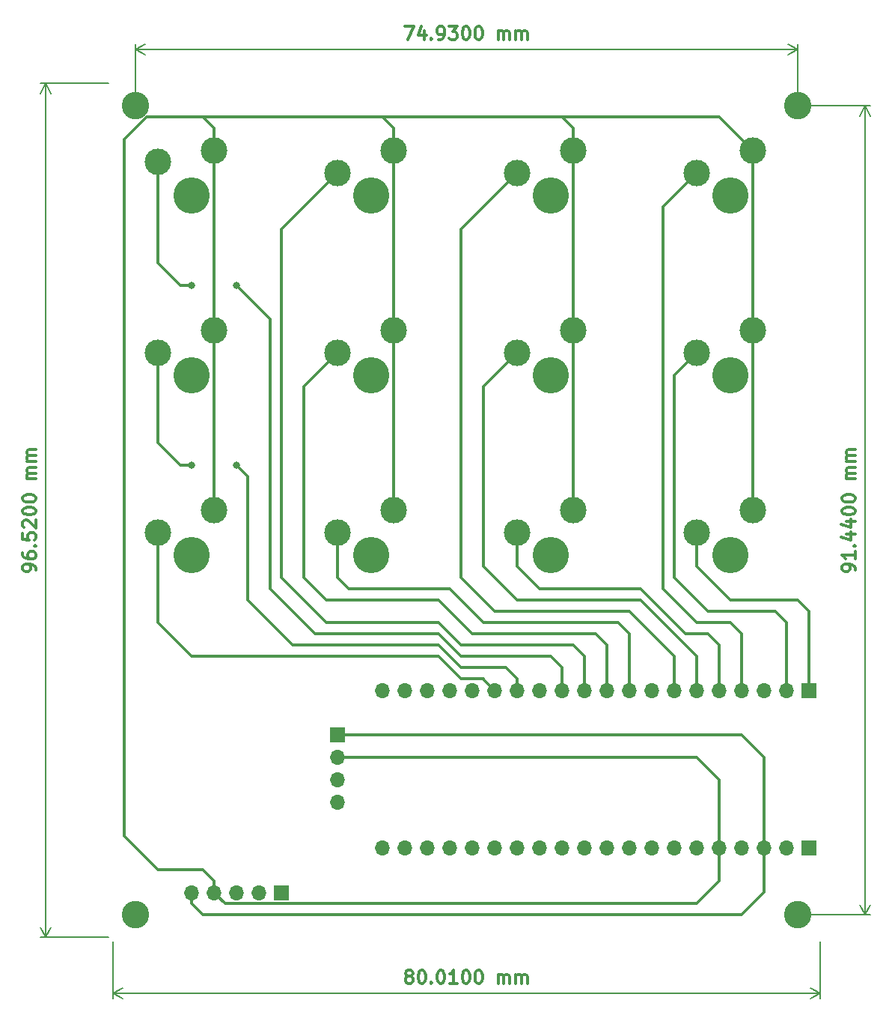
<source format=gbr>
%TF.GenerationSoftware,KiCad,Pcbnew,(6.0.5)*%
%TF.CreationDate,2022-05-29T20:54:02+08:00*%
%TF.ProjectId,keyboard,6b657962-6f61-4726-942e-6b696361645f,rev?*%
%TF.SameCoordinates,Original*%
%TF.FileFunction,Copper,L2,Bot*%
%TF.FilePolarity,Positive*%
%FSLAX46Y46*%
G04 Gerber Fmt 4.6, Leading zero omitted, Abs format (unit mm)*
G04 Created by KiCad (PCBNEW (6.0.5)) date 2022-05-29 20:54:02*
%MOMM*%
%LPD*%
G01*
G04 APERTURE LIST*
%ADD10C,0.300000*%
%TA.AperFunction,NonConductor*%
%ADD11C,0.300000*%
%TD*%
%TA.AperFunction,NonConductor*%
%ADD12C,0.200000*%
%TD*%
%TA.AperFunction,ComponentPad*%
%ADD13C,3.000000*%
%TD*%
%TA.AperFunction,ComponentPad*%
%ADD14R,1.700000X1.700000*%
%TD*%
%TA.AperFunction,ComponentPad*%
%ADD15O,1.700000X1.700000*%
%TD*%
%TA.AperFunction,ViaPad*%
%ADD16C,3.100000*%
%TD*%
%TA.AperFunction,ViaPad*%
%ADD17C,0.800000*%
%TD*%
%TA.AperFunction,ViaPad*%
%ADD18C,4.100000*%
%TD*%
%TA.AperFunction,Conductor*%
%ADD19C,0.304800*%
%TD*%
%TA.AperFunction,Conductor*%
%ADD20C,0.200000*%
%TD*%
G04 APERTURE END LIST*
D10*
D11*
X87972142Y-150421428D02*
X87829285Y-150350000D01*
X87757857Y-150278571D01*
X87686428Y-150135714D01*
X87686428Y-150064285D01*
X87757857Y-149921428D01*
X87829285Y-149850000D01*
X87972142Y-149778571D01*
X88257857Y-149778571D01*
X88400714Y-149850000D01*
X88472142Y-149921428D01*
X88543571Y-150064285D01*
X88543571Y-150135714D01*
X88472142Y-150278571D01*
X88400714Y-150350000D01*
X88257857Y-150421428D01*
X87972142Y-150421428D01*
X87829285Y-150492857D01*
X87757857Y-150564285D01*
X87686428Y-150707142D01*
X87686428Y-150992857D01*
X87757857Y-151135714D01*
X87829285Y-151207142D01*
X87972142Y-151278571D01*
X88257857Y-151278571D01*
X88400714Y-151207142D01*
X88472142Y-151135714D01*
X88543571Y-150992857D01*
X88543571Y-150707142D01*
X88472142Y-150564285D01*
X88400714Y-150492857D01*
X88257857Y-150421428D01*
X89472142Y-149778571D02*
X89615000Y-149778571D01*
X89757857Y-149850000D01*
X89829285Y-149921428D01*
X89900714Y-150064285D01*
X89972142Y-150350000D01*
X89972142Y-150707142D01*
X89900714Y-150992857D01*
X89829285Y-151135714D01*
X89757857Y-151207142D01*
X89615000Y-151278571D01*
X89472142Y-151278571D01*
X89329285Y-151207142D01*
X89257857Y-151135714D01*
X89186428Y-150992857D01*
X89115000Y-150707142D01*
X89115000Y-150350000D01*
X89186428Y-150064285D01*
X89257857Y-149921428D01*
X89329285Y-149850000D01*
X89472142Y-149778571D01*
X90615000Y-151135714D02*
X90686428Y-151207142D01*
X90615000Y-151278571D01*
X90543571Y-151207142D01*
X90615000Y-151135714D01*
X90615000Y-151278571D01*
X91615000Y-149778571D02*
X91757857Y-149778571D01*
X91900714Y-149850000D01*
X91972142Y-149921428D01*
X92043571Y-150064285D01*
X92115000Y-150350000D01*
X92115000Y-150707142D01*
X92043571Y-150992857D01*
X91972142Y-151135714D01*
X91900714Y-151207142D01*
X91757857Y-151278571D01*
X91615000Y-151278571D01*
X91472142Y-151207142D01*
X91400714Y-151135714D01*
X91329285Y-150992857D01*
X91257857Y-150707142D01*
X91257857Y-150350000D01*
X91329285Y-150064285D01*
X91400714Y-149921428D01*
X91472142Y-149850000D01*
X91615000Y-149778571D01*
X93543571Y-151278571D02*
X92686428Y-151278571D01*
X93115000Y-151278571D02*
X93115000Y-149778571D01*
X92972142Y-149992857D01*
X92829285Y-150135714D01*
X92686428Y-150207142D01*
X94472142Y-149778571D02*
X94615000Y-149778571D01*
X94757857Y-149850000D01*
X94829285Y-149921428D01*
X94900714Y-150064285D01*
X94972142Y-150350000D01*
X94972142Y-150707142D01*
X94900714Y-150992857D01*
X94829285Y-151135714D01*
X94757857Y-151207142D01*
X94615000Y-151278571D01*
X94472142Y-151278571D01*
X94329285Y-151207142D01*
X94257857Y-151135714D01*
X94186428Y-150992857D01*
X94115000Y-150707142D01*
X94115000Y-150350000D01*
X94186428Y-150064285D01*
X94257857Y-149921428D01*
X94329285Y-149850000D01*
X94472142Y-149778571D01*
X95900714Y-149778571D02*
X96043571Y-149778571D01*
X96186428Y-149850000D01*
X96257857Y-149921428D01*
X96329285Y-150064285D01*
X96400714Y-150350000D01*
X96400714Y-150707142D01*
X96329285Y-150992857D01*
X96257857Y-151135714D01*
X96186428Y-151207142D01*
X96043571Y-151278571D01*
X95900714Y-151278571D01*
X95757857Y-151207142D01*
X95686428Y-151135714D01*
X95615000Y-150992857D01*
X95543571Y-150707142D01*
X95543571Y-150350000D01*
X95615000Y-150064285D01*
X95686428Y-149921428D01*
X95757857Y-149850000D01*
X95900714Y-149778571D01*
X98186428Y-151278571D02*
X98186428Y-150278571D01*
X98186428Y-150421428D02*
X98257857Y-150350000D01*
X98400714Y-150278571D01*
X98615000Y-150278571D01*
X98757857Y-150350000D01*
X98829285Y-150492857D01*
X98829285Y-151278571D01*
X98829285Y-150492857D02*
X98900714Y-150350000D01*
X99043571Y-150278571D01*
X99257857Y-150278571D01*
X99400714Y-150350000D01*
X99472142Y-150492857D01*
X99472142Y-151278571D01*
X100186428Y-151278571D02*
X100186428Y-150278571D01*
X100186428Y-150421428D02*
X100257857Y-150350000D01*
X100400714Y-150278571D01*
X100615000Y-150278571D01*
X100757857Y-150350000D01*
X100829285Y-150492857D01*
X100829285Y-151278571D01*
X100829285Y-150492857D02*
X100900714Y-150350000D01*
X101043571Y-150278571D01*
X101257857Y-150278571D01*
X101400714Y-150350000D01*
X101472142Y-150492857D01*
X101472142Y-151278571D01*
D12*
X54610000Y-146550000D02*
X54610000Y-152986420D01*
X134620000Y-146550000D02*
X134620000Y-152986420D01*
X54610000Y-152400000D02*
X134620000Y-152400000D01*
X54610000Y-152400000D02*
X134620000Y-152400000D01*
X54610000Y-152400000D02*
X55736504Y-152986421D01*
X54610000Y-152400000D02*
X55736504Y-151813579D01*
X134620000Y-152400000D02*
X133493496Y-151813579D01*
X134620000Y-152400000D02*
X133493496Y-152986421D01*
D10*
D11*
X45868571Y-104575714D02*
X45868571Y-104290000D01*
X45797142Y-104147142D01*
X45725714Y-104075714D01*
X45511428Y-103932857D01*
X45225714Y-103861428D01*
X44654285Y-103861428D01*
X44511428Y-103932857D01*
X44440000Y-104004285D01*
X44368571Y-104147142D01*
X44368571Y-104432857D01*
X44440000Y-104575714D01*
X44511428Y-104647142D01*
X44654285Y-104718571D01*
X45011428Y-104718571D01*
X45154285Y-104647142D01*
X45225714Y-104575714D01*
X45297142Y-104432857D01*
X45297142Y-104147142D01*
X45225714Y-104004285D01*
X45154285Y-103932857D01*
X45011428Y-103861428D01*
X44368571Y-102575714D02*
X44368571Y-102861428D01*
X44440000Y-103004285D01*
X44511428Y-103075714D01*
X44725714Y-103218571D01*
X45011428Y-103290000D01*
X45582857Y-103290000D01*
X45725714Y-103218571D01*
X45797142Y-103147142D01*
X45868571Y-103004285D01*
X45868571Y-102718571D01*
X45797142Y-102575714D01*
X45725714Y-102504285D01*
X45582857Y-102432857D01*
X45225714Y-102432857D01*
X45082857Y-102504285D01*
X45011428Y-102575714D01*
X44940000Y-102718571D01*
X44940000Y-103004285D01*
X45011428Y-103147142D01*
X45082857Y-103218571D01*
X45225714Y-103290000D01*
X45725714Y-101790000D02*
X45797142Y-101718571D01*
X45868571Y-101790000D01*
X45797142Y-101861428D01*
X45725714Y-101790000D01*
X45868571Y-101790000D01*
X44368571Y-100361428D02*
X44368571Y-101075714D01*
X45082857Y-101147142D01*
X45011428Y-101075714D01*
X44940000Y-100932857D01*
X44940000Y-100575714D01*
X45011428Y-100432857D01*
X45082857Y-100361428D01*
X45225714Y-100290000D01*
X45582857Y-100290000D01*
X45725714Y-100361428D01*
X45797142Y-100432857D01*
X45868571Y-100575714D01*
X45868571Y-100932857D01*
X45797142Y-101075714D01*
X45725714Y-101147142D01*
X44511428Y-99718571D02*
X44440000Y-99647142D01*
X44368571Y-99504285D01*
X44368571Y-99147142D01*
X44440000Y-99004285D01*
X44511428Y-98932857D01*
X44654285Y-98861428D01*
X44797142Y-98861428D01*
X45011428Y-98932857D01*
X45868571Y-99790000D01*
X45868571Y-98861428D01*
X44368571Y-97932857D02*
X44368571Y-97790000D01*
X44440000Y-97647142D01*
X44511428Y-97575714D01*
X44654285Y-97504285D01*
X44940000Y-97432857D01*
X45297142Y-97432857D01*
X45582857Y-97504285D01*
X45725714Y-97575714D01*
X45797142Y-97647142D01*
X45868571Y-97790000D01*
X45868571Y-97932857D01*
X45797142Y-98075714D01*
X45725714Y-98147142D01*
X45582857Y-98218571D01*
X45297142Y-98290000D01*
X44940000Y-98290000D01*
X44654285Y-98218571D01*
X44511428Y-98147142D01*
X44440000Y-98075714D01*
X44368571Y-97932857D01*
X44368571Y-96504285D02*
X44368571Y-96361428D01*
X44440000Y-96218571D01*
X44511428Y-96147142D01*
X44654285Y-96075714D01*
X44940000Y-96004285D01*
X45297142Y-96004285D01*
X45582857Y-96075714D01*
X45725714Y-96147142D01*
X45797142Y-96218571D01*
X45868571Y-96361428D01*
X45868571Y-96504285D01*
X45797142Y-96647142D01*
X45725714Y-96718571D01*
X45582857Y-96790000D01*
X45297142Y-96861428D01*
X44940000Y-96861428D01*
X44654285Y-96790000D01*
X44511428Y-96718571D01*
X44440000Y-96647142D01*
X44368571Y-96504285D01*
X45868571Y-94218571D02*
X44868571Y-94218571D01*
X45011428Y-94218571D02*
X44940000Y-94147142D01*
X44868571Y-94004285D01*
X44868571Y-93790000D01*
X44940000Y-93647142D01*
X45082857Y-93575714D01*
X45868571Y-93575714D01*
X45082857Y-93575714D02*
X44940000Y-93504285D01*
X44868571Y-93361428D01*
X44868571Y-93147142D01*
X44940000Y-93004285D01*
X45082857Y-92932857D01*
X45868571Y-92932857D01*
X45868571Y-92218571D02*
X44868571Y-92218571D01*
X45011428Y-92218571D02*
X44940000Y-92147142D01*
X44868571Y-92004285D01*
X44868571Y-91790000D01*
X44940000Y-91647142D01*
X45082857Y-91575714D01*
X45868571Y-91575714D01*
X45082857Y-91575714D02*
X44940000Y-91504285D01*
X44868571Y-91361428D01*
X44868571Y-91147142D01*
X44940000Y-91004285D01*
X45082857Y-90932857D01*
X45868571Y-90932857D01*
D12*
X54110000Y-49530000D02*
X46403580Y-49530000D01*
X54110000Y-146050000D02*
X46403580Y-146050000D01*
X46990000Y-49530000D02*
X46990000Y-146050000D01*
X46990000Y-49530000D02*
X46990000Y-146050000D01*
X46990000Y-49530000D02*
X46403579Y-50656504D01*
X46990000Y-49530000D02*
X47576421Y-50656504D01*
X46990000Y-146050000D02*
X47576421Y-144923496D01*
X46990000Y-146050000D02*
X46403579Y-144923496D01*
D10*
D11*
X138578571Y-104575714D02*
X138578571Y-104290000D01*
X138507142Y-104147142D01*
X138435714Y-104075714D01*
X138221428Y-103932857D01*
X137935714Y-103861428D01*
X137364285Y-103861428D01*
X137221428Y-103932857D01*
X137150000Y-104004285D01*
X137078571Y-104147142D01*
X137078571Y-104432857D01*
X137150000Y-104575714D01*
X137221428Y-104647142D01*
X137364285Y-104718571D01*
X137721428Y-104718571D01*
X137864285Y-104647142D01*
X137935714Y-104575714D01*
X138007142Y-104432857D01*
X138007142Y-104147142D01*
X137935714Y-104004285D01*
X137864285Y-103932857D01*
X137721428Y-103861428D01*
X138578571Y-102432857D02*
X138578571Y-103290000D01*
X138578571Y-102861428D02*
X137078571Y-102861428D01*
X137292857Y-103004285D01*
X137435714Y-103147142D01*
X137507142Y-103290000D01*
X138435714Y-101790000D02*
X138507142Y-101718571D01*
X138578571Y-101790000D01*
X138507142Y-101861428D01*
X138435714Y-101790000D01*
X138578571Y-101790000D01*
X137578571Y-100432857D02*
X138578571Y-100432857D01*
X137007142Y-100790000D02*
X138078571Y-101147142D01*
X138078571Y-100218571D01*
X137578571Y-99004285D02*
X138578571Y-99004285D01*
X137007142Y-99361428D02*
X138078571Y-99718571D01*
X138078571Y-98790000D01*
X137078571Y-97932857D02*
X137078571Y-97790000D01*
X137150000Y-97647142D01*
X137221428Y-97575714D01*
X137364285Y-97504285D01*
X137650000Y-97432857D01*
X138007142Y-97432857D01*
X138292857Y-97504285D01*
X138435714Y-97575714D01*
X138507142Y-97647142D01*
X138578571Y-97790000D01*
X138578571Y-97932857D01*
X138507142Y-98075714D01*
X138435714Y-98147142D01*
X138292857Y-98218571D01*
X138007142Y-98290000D01*
X137650000Y-98290000D01*
X137364285Y-98218571D01*
X137221428Y-98147142D01*
X137150000Y-98075714D01*
X137078571Y-97932857D01*
X137078571Y-96504285D02*
X137078571Y-96361428D01*
X137150000Y-96218571D01*
X137221428Y-96147142D01*
X137364285Y-96075714D01*
X137650000Y-96004285D01*
X138007142Y-96004285D01*
X138292857Y-96075714D01*
X138435714Y-96147142D01*
X138507142Y-96218571D01*
X138578571Y-96361428D01*
X138578571Y-96504285D01*
X138507142Y-96647142D01*
X138435714Y-96718571D01*
X138292857Y-96790000D01*
X138007142Y-96861428D01*
X137650000Y-96861428D01*
X137364285Y-96790000D01*
X137221428Y-96718571D01*
X137150000Y-96647142D01*
X137078571Y-96504285D01*
X138578571Y-94218571D02*
X137578571Y-94218571D01*
X137721428Y-94218571D02*
X137650000Y-94147142D01*
X137578571Y-94004285D01*
X137578571Y-93790000D01*
X137650000Y-93647142D01*
X137792857Y-93575714D01*
X138578571Y-93575714D01*
X137792857Y-93575714D02*
X137650000Y-93504285D01*
X137578571Y-93361428D01*
X137578571Y-93147142D01*
X137650000Y-93004285D01*
X137792857Y-92932857D01*
X138578571Y-92932857D01*
X138578571Y-92218571D02*
X137578571Y-92218571D01*
X137721428Y-92218571D02*
X137650000Y-92147142D01*
X137578571Y-92004285D01*
X137578571Y-91790000D01*
X137650000Y-91647142D01*
X137792857Y-91575714D01*
X138578571Y-91575714D01*
X137792857Y-91575714D02*
X137650000Y-91504285D01*
X137578571Y-91361428D01*
X137578571Y-91147142D01*
X137650000Y-91004285D01*
X137792857Y-90932857D01*
X138578571Y-90932857D01*
D12*
X132580000Y-52070000D02*
X140286420Y-52070000D01*
X132580000Y-143510000D02*
X140286420Y-143510000D01*
X139700000Y-52070000D02*
X139700000Y-143510000D01*
X139700000Y-52070000D02*
X139700000Y-143510000D01*
X139700000Y-52070000D02*
X139113579Y-53196504D01*
X139700000Y-52070000D02*
X140286421Y-53196504D01*
X139700000Y-143510000D02*
X140286421Y-142383496D01*
X139700000Y-143510000D02*
X139113579Y-142383496D01*
D10*
D11*
X87615000Y-43098571D02*
X88615000Y-43098571D01*
X87972142Y-44598571D01*
X89829285Y-43598571D02*
X89829285Y-44598571D01*
X89472142Y-43027142D02*
X89115000Y-44098571D01*
X90043571Y-44098571D01*
X90615000Y-44455714D02*
X90686428Y-44527142D01*
X90615000Y-44598571D01*
X90543571Y-44527142D01*
X90615000Y-44455714D01*
X90615000Y-44598571D01*
X91400714Y-44598571D02*
X91686428Y-44598571D01*
X91829285Y-44527142D01*
X91900714Y-44455714D01*
X92043571Y-44241428D01*
X92115000Y-43955714D01*
X92115000Y-43384285D01*
X92043571Y-43241428D01*
X91972142Y-43170000D01*
X91829285Y-43098571D01*
X91543571Y-43098571D01*
X91400714Y-43170000D01*
X91329285Y-43241428D01*
X91257857Y-43384285D01*
X91257857Y-43741428D01*
X91329285Y-43884285D01*
X91400714Y-43955714D01*
X91543571Y-44027142D01*
X91829285Y-44027142D01*
X91972142Y-43955714D01*
X92043571Y-43884285D01*
X92115000Y-43741428D01*
X92615000Y-43098571D02*
X93543571Y-43098571D01*
X93043571Y-43670000D01*
X93257857Y-43670000D01*
X93400714Y-43741428D01*
X93472142Y-43812857D01*
X93543571Y-43955714D01*
X93543571Y-44312857D01*
X93472142Y-44455714D01*
X93400714Y-44527142D01*
X93257857Y-44598571D01*
X92829285Y-44598571D01*
X92686428Y-44527142D01*
X92615000Y-44455714D01*
X94472142Y-43098571D02*
X94615000Y-43098571D01*
X94757857Y-43170000D01*
X94829285Y-43241428D01*
X94900714Y-43384285D01*
X94972142Y-43670000D01*
X94972142Y-44027142D01*
X94900714Y-44312857D01*
X94829285Y-44455714D01*
X94757857Y-44527142D01*
X94615000Y-44598571D01*
X94472142Y-44598571D01*
X94329285Y-44527142D01*
X94257857Y-44455714D01*
X94186428Y-44312857D01*
X94115000Y-44027142D01*
X94115000Y-43670000D01*
X94186428Y-43384285D01*
X94257857Y-43241428D01*
X94329285Y-43170000D01*
X94472142Y-43098571D01*
X95900714Y-43098571D02*
X96043571Y-43098571D01*
X96186428Y-43170000D01*
X96257857Y-43241428D01*
X96329285Y-43384285D01*
X96400714Y-43670000D01*
X96400714Y-44027142D01*
X96329285Y-44312857D01*
X96257857Y-44455714D01*
X96186428Y-44527142D01*
X96043571Y-44598571D01*
X95900714Y-44598571D01*
X95757857Y-44527142D01*
X95686428Y-44455714D01*
X95615000Y-44312857D01*
X95543571Y-44027142D01*
X95543571Y-43670000D01*
X95615000Y-43384285D01*
X95686428Y-43241428D01*
X95757857Y-43170000D01*
X95900714Y-43098571D01*
X98186428Y-44598571D02*
X98186428Y-43598571D01*
X98186428Y-43741428D02*
X98257857Y-43670000D01*
X98400714Y-43598571D01*
X98615000Y-43598571D01*
X98757857Y-43670000D01*
X98829285Y-43812857D01*
X98829285Y-44598571D01*
X98829285Y-43812857D02*
X98900714Y-43670000D01*
X99043571Y-43598571D01*
X99257857Y-43598571D01*
X99400714Y-43670000D01*
X99472142Y-43812857D01*
X99472142Y-44598571D01*
X100186428Y-44598571D02*
X100186428Y-43598571D01*
X100186428Y-43741428D02*
X100257857Y-43670000D01*
X100400714Y-43598571D01*
X100615000Y-43598571D01*
X100757857Y-43670000D01*
X100829285Y-43812857D01*
X100829285Y-44598571D01*
X100829285Y-43812857D02*
X100900714Y-43670000D01*
X101043571Y-43598571D01*
X101257857Y-43598571D01*
X101400714Y-43670000D01*
X101472142Y-43812857D01*
X101472142Y-44598571D01*
D12*
X57150000Y-51570000D02*
X57150000Y-45133580D01*
X132080000Y-51570000D02*
X132080000Y-45133580D01*
X57150000Y-45720000D02*
X132080000Y-45720000D01*
X57150000Y-45720000D02*
X132080000Y-45720000D01*
X57150000Y-45720000D02*
X58276504Y-46306421D01*
X57150000Y-45720000D02*
X58276504Y-45133579D01*
X132080000Y-45720000D02*
X130953496Y-45133579D01*
X132080000Y-45720000D02*
X130953496Y-46306421D01*
D13*
%TO.P,,1*%
%TO.N,N/C*%
X100316608Y-79988890D03*
%TD*%
%TO.P,,1*%
%TO.N,N/C*%
X106680000Y-57150000D03*
%TD*%
%TO.P,,1*%
%TO.N,N/C*%
X127000000Y-77470000D03*
%TD*%
%TO.P,,1*%
%TO.N,N/C*%
X86360000Y-57150000D03*
%TD*%
%TO.P,,1*%
%TO.N,N/C*%
X120650000Y-59690000D03*
%TD*%
D14*
%TO.P,REF\u002A\u002A,1*%
%TO.N,N/C*%
X133350000Y-135915000D03*
D15*
%TO.P,REF\u002A\u002A,2*%
X130810000Y-135915000D03*
%TO.P,REF\u002A\u002A,3*%
X128270000Y-135915000D03*
%TO.P,REF\u002A\u002A,4*%
X125730000Y-135915000D03*
%TO.P,REF\u002A\u002A,5*%
X123190000Y-135915000D03*
%TO.P,REF\u002A\u002A,6*%
X120650000Y-135915000D03*
%TO.P,REF\u002A\u002A,7*%
X118110000Y-135915000D03*
%TO.P,REF\u002A\u002A,8*%
X115570000Y-135915000D03*
%TO.P,REF\u002A\u002A,9*%
X113030000Y-135915000D03*
%TO.P,REF\u002A\u002A,10*%
X110490000Y-135915000D03*
%TO.P,REF\u002A\u002A,11*%
X107950000Y-135915000D03*
%TO.P,REF\u002A\u002A,12*%
X105410000Y-135915000D03*
%TO.P,REF\u002A\u002A,13*%
X102870000Y-135915000D03*
%TO.P,REF\u002A\u002A,14*%
X100330000Y-135915000D03*
%TO.P,REF\u002A\u002A,15*%
X97790000Y-135915000D03*
%TO.P,REF\u002A\u002A,16*%
X95250000Y-135915000D03*
%TO.P,REF\u002A\u002A,17*%
X92710000Y-135915000D03*
%TO.P,REF\u002A\u002A,18*%
X90170000Y-135915000D03*
%TO.P,REF\u002A\u002A,19*%
X87630000Y-135915000D03*
%TO.P,REF\u002A\u002A,20*%
X85090000Y-135915000D03*
%TD*%
D13*
%TO.P,,1*%
%TO.N,N/C*%
X80010000Y-80010000D03*
%TD*%
%TO.P,,1*%
%TO.N,N/C*%
X80010000Y-59690000D03*
%TD*%
%TO.P,,1*%
%TO.N,N/C*%
X100316608Y-59659281D03*
%TD*%
%TO.P,,1*%
%TO.N,N/C*%
X59690000Y-58420000D03*
%TD*%
%TO.P,,1*%
%TO.N,N/C*%
X120650000Y-100330000D03*
%TD*%
%TO.P,,1*%
%TO.N,N/C*%
X100316608Y-100318499D03*
%TD*%
%TO.P,,1*%
%TO.N,N/C*%
X66040000Y-77470000D03*
%TD*%
%TO.P,,1*%
%TO.N,N/C*%
X86360000Y-97790000D03*
%TD*%
%TO.P,,1*%
%TO.N,N/C*%
X66040000Y-97790000D03*
%TD*%
%TO.P,,1*%
%TO.N,N/C*%
X86340782Y-77460391D03*
%TD*%
%TO.P,,1*%
%TO.N,N/C*%
X80010000Y-100330000D03*
%TD*%
%TO.P,,1*%
%TO.N,N/C*%
X106680000Y-97790000D03*
%TD*%
%TO.P,,1*%
%TO.N,N/C*%
X59690000Y-80010000D03*
%TD*%
D14*
%TO.P,REF\u002A\u002A,1*%
%TO.N,N/C*%
X133320000Y-118135000D03*
D15*
%TO.P,REF\u002A\u002A,2*%
X130780000Y-118135000D03*
%TO.P,REF\u002A\u002A,3*%
X128240000Y-118135000D03*
%TO.P,REF\u002A\u002A,4*%
X125700000Y-118135000D03*
%TO.P,REF\u002A\u002A,5*%
X123160000Y-118135000D03*
%TO.P,REF\u002A\u002A,6*%
X120620000Y-118135000D03*
%TO.P,REF\u002A\u002A,7*%
X118080000Y-118135000D03*
%TO.P,REF\u002A\u002A,8*%
X115540000Y-118135000D03*
%TO.P,REF\u002A\u002A,9*%
X113000000Y-118135000D03*
%TO.P,REF\u002A\u002A,10*%
X110460000Y-118135000D03*
%TO.P,REF\u002A\u002A,11*%
X107920000Y-118135000D03*
%TO.P,REF\u002A\u002A,12*%
X105380000Y-118135000D03*
%TO.P,REF\u002A\u002A,13*%
X102840000Y-118135000D03*
%TO.P,REF\u002A\u002A,14*%
X100300000Y-118135000D03*
%TO.P,REF\u002A\u002A,15*%
X97760000Y-118135000D03*
%TO.P,REF\u002A\u002A,16*%
X95220000Y-118135000D03*
%TO.P,REF\u002A\u002A,17*%
X92680000Y-118135000D03*
%TO.P,REF\u002A\u002A,18*%
X90140000Y-118135000D03*
%TO.P,REF\u002A\u002A,19*%
X87600000Y-118135000D03*
%TO.P,REF\u002A\u002A,20*%
X85060000Y-118135000D03*
%TD*%
D13*
%TO.P,,1*%
%TO.N,N/C*%
X106680000Y-77470000D03*
%TD*%
%TO.P,,1*%
%TO.N,N/C*%
X127000000Y-97790000D03*
%TD*%
%TO.P,,1*%
%TO.N,N/C*%
X120646217Y-79988890D03*
%TD*%
D14*
%TO.P,REF\u002A\u002A,1*%
%TO.N,N/C*%
X73660000Y-140995000D03*
D15*
%TO.P,REF\u002A\u002A,2*%
X71120000Y-140995000D03*
%TO.P,REF\u002A\u002A,3*%
X68580000Y-140995000D03*
%TO.P,REF\u002A\u002A,4*%
X66040000Y-140995000D03*
%TO.P,REF\u002A\u002A,5*%
X63500000Y-140995000D03*
%TD*%
D13*
%TO.P,,1*%
%TO.N,N/C*%
X66040000Y-57150000D03*
%TD*%
%TO.P,,1*%
%TO.N,N/C*%
X59690000Y-100330000D03*
%TD*%
%TO.P,,1*%
%TO.N,N/C*%
X127000000Y-57150000D03*
%TD*%
D14*
%TO.P,REF\u002A\u002A,1*%
%TO.N,N/C*%
X80010000Y-123200000D03*
D15*
%TO.P,REF\u002A\u002A,2*%
X80010000Y-125740000D03*
%TO.P,REF\u002A\u002A,3*%
X80010000Y-128280000D03*
%TO.P,REF\u002A\u002A,4*%
X80010000Y-130820000D03*
%TD*%
D16*
%TO.N,*%
X132080000Y-143510000D03*
X57150000Y-143510000D03*
X57150000Y-52070000D03*
X132080000Y-52070000D03*
D17*
X63500000Y-92710000D03*
X63500000Y-72390000D03*
X68580000Y-72390000D03*
X68580000Y-92710000D03*
D18*
X83820000Y-82550000D03*
X124460000Y-82550000D03*
X104140000Y-102870000D03*
X83820000Y-102870000D03*
X63500000Y-82550000D03*
X124460000Y-62230000D03*
X83820000Y-62230000D03*
X63500000Y-102870000D03*
X104140000Y-82550000D03*
X124460000Y-102870000D03*
X63500000Y-62230000D03*
X104140000Y-62230000D03*
%TD*%
D19*
%TO.N,*%
X123190000Y-128270000D02*
X123190000Y-135915000D01*
X120650000Y-125730000D02*
X123190000Y-128270000D01*
D20*
X120640000Y-125740000D02*
X120650000Y-125730000D01*
D19*
X80010000Y-125740000D02*
X120640000Y-125740000D01*
X63500000Y-114300000D02*
X59690000Y-110490000D01*
X96520000Y-116840000D02*
X93980000Y-116840000D01*
X93980000Y-116840000D02*
X91440000Y-114300000D01*
X91440000Y-114300000D02*
X63500000Y-114300000D01*
X59690000Y-110490000D02*
X59690000Y-100330000D01*
D20*
X96520000Y-116895000D02*
X96520000Y-116840000D01*
D19*
X97760000Y-118135000D02*
X96520000Y-116895000D01*
X100300000Y-116810000D02*
X100300000Y-118135000D01*
X91440000Y-113030000D02*
X93980000Y-115570000D01*
X93980000Y-115570000D02*
X99060000Y-115570000D01*
X74930000Y-113030000D02*
X91440000Y-113030000D01*
X99060000Y-115570000D02*
X100300000Y-116810000D01*
X69850000Y-107950000D02*
X74930000Y-113030000D01*
X68580000Y-92710000D02*
X69850000Y-93980000D01*
X69850000Y-93980000D02*
X69850000Y-107950000D01*
X105380000Y-115600000D02*
X105380000Y-118135000D01*
D20*
X105410000Y-115570000D02*
X105380000Y-115600000D01*
D19*
X93980000Y-114300000D02*
X104140000Y-114300000D01*
X104140000Y-114300000D02*
X105410000Y-115570000D01*
X91440000Y-111760000D02*
X93980000Y-114300000D01*
X72390000Y-106680000D02*
X77470000Y-111760000D01*
X72390000Y-76200000D02*
X72390000Y-106680000D01*
X77470000Y-111760000D02*
X91440000Y-111760000D01*
X68580000Y-72390000D02*
X72390000Y-76200000D01*
X62230000Y-92710000D02*
X63500000Y-92710000D01*
X59690000Y-80010000D02*
X59690000Y-90170000D01*
X59690000Y-90170000D02*
X62230000Y-92710000D01*
X62230000Y-72390000D02*
X63500000Y-72390000D01*
X59690000Y-69850000D02*
X62230000Y-72390000D01*
X59690000Y-58420000D02*
X59690000Y-69850000D01*
X107920000Y-114330000D02*
X107920000Y-118135000D01*
D20*
X107950000Y-114300000D02*
X107920000Y-114330000D01*
D19*
X106680000Y-113030000D02*
X107950000Y-114300000D01*
X93980000Y-113030000D02*
X106680000Y-113030000D01*
X78740000Y-110490000D02*
X91440000Y-110490000D01*
X73660000Y-105410000D02*
X78740000Y-110490000D01*
X73660000Y-66040000D02*
X73660000Y-105410000D01*
X91440000Y-110490000D02*
X93980000Y-113030000D01*
X80010000Y-59690000D02*
X73660000Y-66040000D01*
X110460000Y-113060000D02*
X110460000Y-118135000D01*
D20*
X110490000Y-113030000D02*
X110460000Y-113060000D01*
D19*
X109220000Y-111760000D02*
X110490000Y-113030000D01*
X95250000Y-111760000D02*
X109220000Y-111760000D01*
X91440000Y-107950000D02*
X95250000Y-111760000D01*
X78740000Y-107950000D02*
X91440000Y-107950000D01*
X76200000Y-105410000D02*
X78740000Y-107950000D01*
X76200000Y-83820000D02*
X76200000Y-105410000D01*
X80010000Y-80010000D02*
X76200000Y-83820000D01*
D20*
X113030000Y-111760000D02*
X113000000Y-111790000D01*
D19*
X111760000Y-110490000D02*
X113030000Y-111760000D01*
X96520000Y-110490000D02*
X111760000Y-110490000D01*
X92710000Y-106680000D02*
X96520000Y-110490000D01*
X80010000Y-105410000D02*
X81280000Y-106680000D01*
X81280000Y-106680000D02*
X92710000Y-106680000D01*
X80010000Y-100330000D02*
X80010000Y-105410000D01*
X113000000Y-111790000D02*
X113000000Y-118135000D01*
D20*
X118110000Y-114300000D02*
X118080000Y-114330000D01*
D19*
X113030000Y-109220000D02*
X118110000Y-114300000D01*
X118080000Y-114330000D02*
X118080000Y-118135000D01*
X97790000Y-109220000D02*
X113030000Y-109220000D01*
X93980000Y-65995889D02*
X93980000Y-105410000D01*
X93980000Y-105410000D02*
X97790000Y-109220000D01*
X100316608Y-59659281D02*
X93980000Y-65995889D01*
X120620000Y-114330000D02*
X120620000Y-118135000D01*
D20*
X120650000Y-114300000D02*
X120620000Y-114330000D01*
D19*
X114300000Y-107950000D02*
X120650000Y-114300000D01*
X100330000Y-107950000D02*
X114300000Y-107950000D01*
X96520000Y-104140000D02*
X100330000Y-107950000D01*
X96520000Y-83785498D02*
X96520000Y-104140000D01*
X100316608Y-79988890D02*
X96520000Y-83785498D01*
X121920000Y-111760000D02*
X123190000Y-113030000D01*
D20*
X123190000Y-113030000D02*
X123160000Y-113060000D01*
D19*
X119380000Y-111760000D02*
X121920000Y-111760000D01*
X102870000Y-106680000D02*
X114300000Y-106680000D01*
X100316608Y-104126608D02*
X102870000Y-106680000D01*
X123160000Y-113060000D02*
X123160000Y-118135000D01*
X114300000Y-106680000D02*
X119380000Y-111760000D01*
X100316608Y-100318499D02*
X100316608Y-104126608D01*
X124460000Y-110490000D02*
X125730000Y-111760000D01*
X120650000Y-110490000D02*
X124460000Y-110490000D01*
X116840000Y-106680000D02*
X120650000Y-110490000D01*
X125700000Y-111790000D02*
X125700000Y-118135000D01*
X120650000Y-59690000D02*
X116840000Y-63500000D01*
X116840000Y-63500000D02*
X116840000Y-106680000D01*
D20*
X125730000Y-111760000D02*
X125700000Y-111790000D01*
D19*
X129540000Y-109220000D02*
X130810000Y-110490000D01*
X118110000Y-105410000D02*
X121920000Y-109220000D01*
X118110000Y-82525107D02*
X118110000Y-105410000D01*
X121920000Y-109220000D02*
X129540000Y-109220000D01*
D20*
X130810000Y-111760000D02*
X130780000Y-111790000D01*
D19*
X130780000Y-111790000D02*
X130780000Y-118135000D01*
X130810000Y-110490000D02*
X130810000Y-111760000D01*
X120646217Y-79988890D02*
X118110000Y-82525107D01*
X133320000Y-109250000D02*
X133320000Y-118135000D01*
X132080000Y-107950000D02*
X133350000Y-109220000D01*
D20*
X133350000Y-109220000D02*
X133320000Y-109250000D01*
D19*
X124460000Y-107950000D02*
X132080000Y-107950000D01*
X120650000Y-104140000D02*
X124460000Y-107950000D01*
X120650000Y-100330000D02*
X120650000Y-104140000D01*
X106680000Y-57150000D02*
X106680000Y-54610000D01*
X67285000Y-142240000D02*
X120650000Y-142240000D01*
X66040000Y-139700000D02*
X66040000Y-140995000D01*
X59690000Y-138430000D02*
X64770000Y-138430000D01*
X63500000Y-142240000D02*
X64770000Y-143510000D01*
X64770000Y-143510000D02*
X125730000Y-143510000D01*
X86360000Y-57150000D02*
X86360000Y-97790000D01*
X127000000Y-57150000D02*
X123190000Y-53340000D01*
X55880000Y-134620000D02*
X59690000Y-138430000D01*
X123190000Y-139700000D02*
X123190000Y-135915000D01*
X66040000Y-57150000D02*
X66040000Y-77470000D01*
X120650000Y-142240000D02*
X123190000Y-139700000D01*
X125740000Y-123200000D02*
X128270000Y-125730000D01*
X125730000Y-143510000D02*
X128270000Y-140970000D01*
X66040000Y-54610000D02*
X64770000Y-53340000D01*
X106680000Y-54610000D02*
X105410000Y-53340000D01*
X86360000Y-54610000D02*
X85090000Y-53340000D01*
X85090000Y-53340000D02*
X58420000Y-53340000D01*
X55880000Y-133375000D02*
X55880000Y-134620000D01*
X66040000Y-57150000D02*
X66040000Y-54610000D01*
X66040000Y-140995000D02*
X67285000Y-142240000D01*
X64770000Y-138430000D02*
X66040000Y-139700000D01*
X66040000Y-77470000D02*
X66040000Y-97790000D01*
X127000000Y-57150000D02*
X127000000Y-97790000D01*
X123190000Y-53340000D02*
X85090000Y-53340000D01*
X106680000Y-57150000D02*
X106680000Y-97790000D01*
X58420000Y-53340000D02*
X55880000Y-55880000D01*
X128270000Y-125730000D02*
X128270000Y-135915000D01*
X128270000Y-140970000D02*
X128270000Y-135915000D01*
X63500000Y-140995000D02*
X63500000Y-142240000D01*
X80010000Y-123200000D02*
X125740000Y-123200000D01*
X55880000Y-55880000D02*
X55880000Y-133375000D01*
X86360000Y-57150000D02*
X86360000Y-54610000D01*
%TD*%
M02*

</source>
